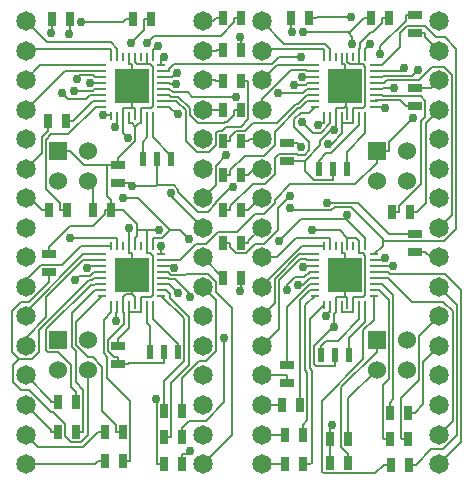
<source format=gtl>
G04 (created by PCBNEW (2013-jul-07)-stable) date Thu 09 Apr 2015 12:34:56 PM PDT*
%MOIN*%
G04 Gerber Fmt 3.4, Leading zero omitted, Abs format*
%FSLAX34Y34*%
G01*
G70*
G90*
G04 APERTURE LIST*
%ADD10C,0.00590551*%
%ADD11R,0.045X0.025*%
%ADD12R,0.0197X0.0512*%
%ADD13R,0.03X0.01*%
%ADD14R,0.01X0.03*%
%ADD15R,0.1181X0.1181*%
%ADD16R,0.025X0.045*%
%ADD17R,0.06X0.06*%
%ADD18C,0.06*%
%ADD19C,0.065*%
%ADD20C,0.03*%
%ADD21C,0.007*%
G04 APERTURE END LIST*
G54D10*
G54D11*
X23740Y-24975D03*
X23740Y-25575D03*
G54D12*
X25039Y-24763D03*
X25511Y-24763D03*
X24567Y-24763D03*
X25275Y-31220D03*
X25747Y-31220D03*
X24803Y-31220D03*
X30905Y-25118D03*
X31377Y-25118D03*
X30433Y-25118D03*
X30984Y-31299D03*
X31456Y-31299D03*
X30512Y-31299D03*
G54D11*
X23740Y-30999D03*
X23740Y-31599D03*
G54D13*
X23228Y-22834D03*
X23228Y-22637D03*
X23228Y-22440D03*
X23228Y-23031D03*
G54D14*
X23523Y-23326D03*
X23720Y-23326D03*
X23917Y-23326D03*
X24114Y-23326D03*
X24310Y-23326D03*
X24507Y-23326D03*
X24704Y-23326D03*
X24901Y-23326D03*
G54D13*
X25196Y-21653D03*
X25196Y-23031D03*
X25196Y-22834D03*
X25196Y-22637D03*
X25196Y-22440D03*
X25196Y-22244D03*
X25196Y-22047D03*
X25196Y-21850D03*
G54D14*
X24901Y-21358D03*
X24704Y-21358D03*
X24507Y-21358D03*
X24310Y-21358D03*
X24114Y-21358D03*
X23917Y-21358D03*
X23720Y-21358D03*
X23523Y-21358D03*
G54D13*
X23228Y-21653D03*
X23228Y-21850D03*
X23228Y-22047D03*
X23228Y-22244D03*
G54D15*
X24212Y-22342D03*
G54D13*
X23228Y-29133D03*
X23228Y-28936D03*
X23228Y-28739D03*
X23228Y-29330D03*
G54D14*
X23523Y-29625D03*
X23720Y-29625D03*
X23917Y-29625D03*
X24114Y-29625D03*
X24310Y-29625D03*
X24507Y-29625D03*
X24704Y-29625D03*
X24901Y-29625D03*
G54D13*
X25196Y-27952D03*
X25196Y-29330D03*
X25196Y-29133D03*
X25196Y-28936D03*
X25196Y-28739D03*
X25196Y-28543D03*
X25196Y-28346D03*
X25196Y-28149D03*
G54D14*
X24901Y-27657D03*
X24704Y-27657D03*
X24507Y-27657D03*
X24310Y-27657D03*
X24114Y-27657D03*
X23917Y-27657D03*
X23720Y-27657D03*
X23523Y-27657D03*
G54D13*
X23228Y-27952D03*
X23228Y-28149D03*
X23228Y-28346D03*
X23228Y-28543D03*
G54D15*
X24212Y-28641D03*
G54D13*
X30315Y-22834D03*
X30315Y-22637D03*
X30315Y-22440D03*
X30315Y-23031D03*
G54D14*
X30610Y-23326D03*
X30807Y-23326D03*
X31004Y-23326D03*
X31201Y-23326D03*
X31397Y-23326D03*
X31594Y-23326D03*
X31791Y-23326D03*
X31988Y-23326D03*
G54D13*
X32283Y-21653D03*
X32283Y-23031D03*
X32283Y-22834D03*
X32283Y-22637D03*
X32283Y-22440D03*
X32283Y-22244D03*
X32283Y-22047D03*
X32283Y-21850D03*
G54D14*
X31988Y-21358D03*
X31791Y-21358D03*
X31594Y-21358D03*
X31397Y-21358D03*
X31201Y-21358D03*
X31004Y-21358D03*
X30807Y-21358D03*
X30610Y-21358D03*
G54D13*
X30315Y-21653D03*
X30315Y-21850D03*
X30315Y-22047D03*
X30315Y-22244D03*
G54D15*
X31299Y-22342D03*
G54D13*
X30315Y-29133D03*
X30315Y-28936D03*
X30315Y-28739D03*
X30315Y-29330D03*
G54D14*
X30610Y-29625D03*
X30807Y-29625D03*
X31004Y-29625D03*
X31201Y-29625D03*
X31397Y-29625D03*
X31594Y-29625D03*
X31791Y-29625D03*
X31988Y-29625D03*
G54D13*
X32283Y-27952D03*
X32283Y-29330D03*
X32283Y-29133D03*
X32283Y-28936D03*
X32283Y-28739D03*
X32283Y-28543D03*
X32283Y-28346D03*
X32283Y-28149D03*
G54D14*
X31988Y-27657D03*
X31791Y-27657D03*
X31594Y-27657D03*
X31397Y-27657D03*
X31201Y-27657D03*
X31004Y-27657D03*
X30807Y-27657D03*
X30610Y-27657D03*
G54D13*
X30315Y-27952D03*
X30315Y-28149D03*
X30315Y-28346D03*
X30315Y-28543D03*
G54D15*
X31299Y-28641D03*
G54D11*
X29389Y-24227D03*
X29389Y-24827D03*
G54D16*
X30822Y-34094D03*
X31422Y-34094D03*
X32810Y-33228D03*
X33410Y-33228D03*
X32829Y-34094D03*
X33429Y-34094D03*
X32849Y-34960D03*
X33449Y-34960D03*
G54D11*
X33661Y-27259D03*
X33661Y-27859D03*
G54D16*
X29925Y-34940D03*
X29325Y-34940D03*
X29925Y-33956D03*
X29325Y-33956D03*
X29827Y-32972D03*
X29227Y-32972D03*
G54D11*
X29389Y-31629D03*
X29389Y-32229D03*
G54D16*
X32888Y-26535D03*
X33488Y-26535D03*
G54D11*
X33661Y-23016D03*
X33661Y-22416D03*
X33661Y-19975D03*
X33661Y-20575D03*
G54D16*
X29522Y-20078D03*
X30122Y-20078D03*
X27259Y-27559D03*
X27859Y-27559D03*
X27259Y-26476D03*
X27859Y-26476D03*
X27259Y-25295D03*
X27859Y-25295D03*
X27259Y-24173D03*
X27859Y-24173D03*
X25290Y-34940D03*
X25890Y-34940D03*
X25290Y-34055D03*
X25890Y-34055D03*
X25290Y-33169D03*
X25890Y-33169D03*
X27859Y-28740D03*
X27259Y-28740D03*
X23922Y-34842D03*
X23322Y-34842D03*
X23922Y-33858D03*
X23322Y-33858D03*
X22347Y-33858D03*
X21747Y-33858D03*
X22347Y-32874D03*
X21747Y-32874D03*
X27859Y-23149D03*
X27259Y-23149D03*
X27859Y-22165D03*
X27259Y-22165D03*
X27859Y-21141D03*
X27259Y-21141D03*
X27859Y-20078D03*
X27259Y-20078D03*
X24847Y-20118D03*
X24247Y-20118D03*
X22051Y-26476D03*
X21451Y-26476D03*
X22012Y-23503D03*
X21412Y-23503D03*
X22150Y-20118D03*
X21550Y-20118D03*
X31402Y-34921D03*
X30802Y-34921D03*
X32180Y-20078D03*
X32780Y-20078D03*
G54D11*
X21456Y-28548D03*
X21456Y-27948D03*
G54D16*
X22928Y-26476D03*
X23528Y-26476D03*
G54D17*
X21744Y-24500D03*
G54D18*
X21744Y-25500D03*
X22744Y-24500D03*
X22744Y-25500D03*
G54D17*
X21744Y-30799D03*
G54D18*
X21744Y-31799D03*
X22744Y-30799D03*
X22744Y-31799D03*
G54D17*
X32374Y-24500D03*
G54D18*
X32374Y-25500D03*
X33374Y-24500D03*
X33374Y-25500D03*
G54D17*
X32374Y-30799D03*
G54D18*
X32374Y-31799D03*
X33374Y-30799D03*
X33374Y-31799D03*
G54D19*
X28543Y-28051D03*
X28543Y-29035D03*
X28543Y-30019D03*
X28543Y-31003D03*
X28543Y-31988D03*
X28543Y-32972D03*
X28543Y-33956D03*
X28543Y-34940D03*
X34448Y-34940D03*
X34448Y-33956D03*
X34448Y-32972D03*
X34448Y-31988D03*
X34448Y-31003D03*
X34448Y-30019D03*
X34448Y-29035D03*
X34448Y-28051D03*
X28543Y-20177D03*
X28543Y-21161D03*
X28543Y-22145D03*
X28543Y-23129D03*
X28543Y-24114D03*
X28543Y-25098D03*
X28543Y-26082D03*
X28543Y-27066D03*
X34448Y-27066D03*
X34448Y-26082D03*
X34448Y-25098D03*
X34448Y-24114D03*
X34448Y-23129D03*
X34448Y-22145D03*
X34448Y-21161D03*
X34448Y-20177D03*
X20669Y-28051D03*
X20669Y-29035D03*
X20669Y-30019D03*
X20669Y-31003D03*
X20669Y-31988D03*
X20669Y-32972D03*
X20669Y-33956D03*
X20669Y-34940D03*
X26574Y-34940D03*
X26574Y-33956D03*
X26574Y-32972D03*
X26574Y-31988D03*
X26574Y-31003D03*
X26574Y-30019D03*
X26574Y-29035D03*
X26574Y-28051D03*
X20669Y-20177D03*
X20669Y-21161D03*
X20669Y-22145D03*
X20669Y-23129D03*
X20669Y-24114D03*
X20669Y-25098D03*
X20669Y-26082D03*
X20669Y-27066D03*
X26574Y-27066D03*
X26574Y-26082D03*
X26574Y-25098D03*
X26574Y-24114D03*
X26574Y-23129D03*
X26574Y-22145D03*
X26574Y-21161D03*
X26574Y-20177D03*
G54D20*
X25103Y-27138D03*
X30874Y-33645D03*
X29860Y-24369D03*
X30750Y-24266D03*
X30198Y-27150D03*
X22124Y-20595D03*
X21894Y-22577D03*
X24165Y-20920D03*
X23246Y-23311D03*
X29490Y-26009D03*
X30400Y-23634D03*
X24701Y-20907D03*
X23634Y-23700D03*
X27825Y-29186D03*
X23682Y-30174D03*
X29540Y-20534D03*
X29890Y-23542D03*
X30704Y-26223D03*
X30669Y-29995D03*
X27813Y-20692D03*
X25744Y-23281D03*
X32494Y-21265D03*
X32654Y-23071D03*
X25029Y-32766D03*
X25746Y-29241D03*
X25706Y-21897D03*
X25622Y-28393D03*
X33732Y-21818D03*
X32911Y-28346D03*
X29480Y-26408D03*
X25270Y-21376D03*
X25176Y-27670D03*
X32657Y-28076D03*
X33277Y-21738D03*
X29836Y-21358D03*
X33583Y-23395D03*
X31561Y-20955D03*
X29912Y-20534D03*
X22284Y-22519D03*
X29089Y-22573D03*
X29750Y-28976D03*
X22134Y-27402D03*
X22372Y-22091D03*
X22701Y-28422D03*
X29893Y-22047D03*
X29923Y-28374D03*
X22800Y-22239D03*
X22318Y-28818D03*
X29624Y-22303D03*
X29392Y-29152D03*
X27361Y-24634D03*
X27677Y-22698D03*
X26135Y-29377D03*
X32933Y-22410D03*
X25501Y-25900D03*
X25675Y-22282D03*
X31387Y-26630D03*
X32141Y-20950D03*
X26117Y-27447D03*
X29102Y-27498D03*
X25080Y-20997D03*
X23920Y-26073D03*
X30959Y-30371D03*
X24201Y-25670D03*
X27583Y-25712D03*
X30958Y-23815D03*
X24066Y-24056D03*
X24112Y-27062D03*
X27281Y-30740D03*
X26132Y-34498D03*
X31528Y-20034D03*
X22506Y-20213D03*
X21500Y-20573D03*
G54D21*
X30802Y-34444D02*
X30822Y-34424D01*
X30802Y-34921D02*
X30802Y-34444D01*
X30822Y-34259D02*
X30822Y-34424D01*
X31594Y-29880D02*
X31201Y-29880D01*
X31594Y-29625D02*
X31594Y-29880D01*
X31201Y-29625D02*
X31201Y-29880D01*
X32550Y-20233D02*
X32550Y-20078D01*
X32251Y-20532D02*
X32550Y-20233D01*
X32175Y-20532D02*
X32251Y-20532D01*
X31816Y-20892D02*
X32175Y-20532D01*
X31816Y-21077D02*
X31816Y-20892D01*
X31791Y-21103D02*
X31816Y-21077D01*
X31791Y-21358D02*
X31791Y-21103D01*
X32780Y-20078D02*
X32550Y-20078D01*
X21744Y-24500D02*
X22149Y-24500D01*
X23528Y-26311D02*
X23528Y-26146D01*
X31915Y-21613D02*
X31791Y-21613D01*
X31994Y-21692D02*
X31915Y-21613D01*
X31994Y-22995D02*
X31994Y-21692D01*
X31918Y-23071D02*
X31994Y-22995D01*
X31594Y-23071D02*
X31918Y-23071D01*
X31791Y-21358D02*
X31791Y-21578D01*
X31791Y-21578D02*
X31791Y-21613D01*
X31397Y-21538D02*
X31397Y-21358D01*
X31472Y-21613D02*
X31397Y-21538D01*
X31791Y-21613D02*
X31472Y-21613D01*
X23395Y-26012D02*
X23528Y-26146D01*
X23395Y-24975D02*
X23395Y-26012D01*
X22624Y-24975D02*
X23395Y-24975D01*
X22149Y-24500D02*
X22624Y-24975D01*
X24829Y-21613D02*
X24704Y-21613D01*
X24908Y-21692D02*
X24829Y-21613D01*
X24908Y-22995D02*
X24908Y-21692D01*
X24832Y-23071D02*
X24908Y-22995D01*
X24507Y-23071D02*
X24832Y-23071D01*
X24704Y-21358D02*
X24704Y-21613D01*
X24377Y-21613D02*
X24704Y-21613D01*
X24310Y-21546D02*
X24377Y-21613D01*
X24310Y-21358D02*
X24310Y-21546D01*
X31594Y-23198D02*
X31594Y-23071D01*
X31594Y-23198D02*
X31594Y-23326D01*
X31594Y-23326D02*
X31594Y-23581D01*
X24704Y-27138D02*
X25103Y-27138D01*
X30822Y-34259D02*
X30822Y-34094D01*
X30822Y-34094D02*
X30822Y-33764D01*
X31201Y-23326D02*
X31201Y-23581D01*
X29719Y-24229D02*
X29860Y-24369D01*
X29719Y-24227D02*
X29719Y-24229D01*
X30872Y-24266D02*
X30750Y-24266D01*
X31221Y-23916D02*
X30872Y-24266D01*
X31221Y-23581D02*
X31221Y-23916D01*
X31201Y-23581D02*
X31221Y-23581D01*
X31221Y-23581D02*
X31594Y-23581D01*
X31144Y-27150D02*
X31397Y-27402D01*
X30198Y-27150D02*
X31144Y-27150D01*
X31397Y-27657D02*
X31397Y-27437D01*
X31397Y-27437D02*
X31397Y-27402D01*
X23528Y-26476D02*
X23528Y-26311D01*
X24704Y-27138D02*
X24375Y-27138D01*
X24375Y-27337D02*
X24310Y-27402D01*
X24375Y-27138D02*
X24375Y-27337D01*
X21456Y-27948D02*
X21456Y-27717D01*
X23298Y-26620D02*
X23298Y-26476D01*
X22898Y-27020D02*
X23298Y-26620D01*
X22154Y-27020D02*
X22898Y-27020D01*
X21456Y-27717D02*
X22154Y-27020D01*
X23528Y-26476D02*
X23758Y-26476D01*
X23528Y-26476D02*
X23298Y-26476D01*
X24507Y-23234D02*
X24507Y-23071D01*
X29389Y-24227D02*
X29719Y-24227D01*
X30874Y-33712D02*
X30874Y-33645D01*
X30822Y-33764D02*
X30874Y-33712D01*
X23903Y-26476D02*
X23758Y-26476D01*
X24375Y-26948D02*
X23903Y-26476D01*
X24375Y-27138D02*
X24375Y-26948D01*
X24310Y-27657D02*
X24310Y-27402D01*
X23395Y-24975D02*
X23740Y-24975D01*
X23740Y-24975D02*
X23740Y-24745D01*
X24507Y-23234D02*
X24507Y-23326D01*
X24114Y-23326D02*
X24114Y-23581D01*
X24507Y-23326D02*
X24507Y-23581D01*
X24444Y-23581D02*
X24323Y-23702D01*
X24507Y-23581D02*
X24444Y-23581D01*
X24323Y-24161D02*
X24323Y-23702D01*
X23740Y-24745D02*
X24323Y-24161D01*
X24202Y-23581D02*
X24114Y-23581D01*
X24323Y-23702D02*
X24202Y-23581D01*
X31791Y-27497D02*
X31791Y-27657D01*
X31696Y-27402D02*
X31791Y-27497D01*
X31397Y-27402D02*
X31696Y-27402D01*
X31925Y-29370D02*
X31594Y-29370D01*
X31994Y-29301D02*
X31925Y-29370D01*
X31994Y-28002D02*
X31994Y-29301D01*
X31905Y-27912D02*
X31994Y-28002D01*
X31791Y-27912D02*
X31905Y-27912D01*
X31791Y-27657D02*
X31791Y-27912D01*
X31594Y-29625D02*
X31594Y-29370D01*
X24507Y-29625D02*
X24507Y-29880D01*
X24114Y-29625D02*
X24114Y-29880D01*
X23740Y-30999D02*
X23740Y-30769D01*
X24704Y-27138D02*
X24704Y-27657D01*
X24838Y-29370D02*
X24507Y-29370D01*
X24908Y-29301D02*
X24838Y-29370D01*
X24908Y-28002D02*
X24908Y-29301D01*
X24818Y-27912D02*
X24908Y-28002D01*
X24704Y-27912D02*
X24818Y-27912D01*
X24704Y-27657D02*
X24704Y-27912D01*
X24507Y-29625D02*
X24507Y-29370D01*
X24507Y-29880D02*
X24114Y-29880D01*
X24114Y-30394D02*
X23740Y-30769D01*
X24114Y-29880D02*
X24114Y-30394D01*
X22150Y-20570D02*
X22124Y-20595D01*
X22150Y-20118D02*
X22150Y-20570D01*
X22815Y-22637D02*
X23228Y-22637D01*
X22678Y-22774D02*
X22815Y-22637D01*
X22091Y-22774D02*
X22678Y-22774D01*
X21894Y-22577D02*
X22091Y-22774D01*
X22347Y-32874D02*
X22347Y-32543D01*
X23228Y-28936D02*
X22973Y-28936D01*
X22952Y-28957D02*
X22973Y-28936D01*
X22836Y-28957D02*
X22952Y-28957D01*
X21338Y-30455D02*
X22836Y-28957D01*
X21338Y-31142D02*
X21338Y-30455D01*
X21400Y-31204D02*
X21338Y-31142D01*
X21741Y-31204D02*
X21400Y-31204D01*
X22179Y-31642D02*
X21741Y-31204D01*
X22179Y-32376D02*
X22179Y-31642D01*
X22347Y-32543D02*
X22179Y-32376D01*
X27259Y-24173D02*
X27489Y-24173D01*
X27489Y-24029D02*
X27489Y-24173D01*
X27675Y-23843D02*
X27489Y-24029D01*
X27976Y-23843D02*
X27675Y-23843D01*
X28246Y-23572D02*
X27976Y-23843D01*
X29053Y-23572D02*
X28246Y-23572D01*
X29679Y-22946D02*
X29053Y-23572D01*
X29751Y-22946D02*
X29679Y-22946D01*
X30060Y-22637D02*
X29751Y-22946D01*
X30315Y-22637D02*
X30060Y-22637D01*
X29389Y-31629D02*
X29389Y-31399D01*
X29389Y-29702D02*
X29389Y-31399D01*
X30155Y-28936D02*
X29389Y-29702D01*
X30315Y-28936D02*
X30155Y-28936D01*
X22012Y-23503D02*
X22242Y-23503D01*
X22912Y-22834D02*
X23228Y-22834D01*
X22242Y-23503D02*
X22912Y-22834D01*
X22347Y-33858D02*
X22577Y-33858D01*
X22577Y-32460D02*
X22577Y-33858D01*
X22338Y-32221D02*
X22577Y-32460D01*
X22338Y-31164D02*
X22338Y-32221D01*
X22198Y-31025D02*
X22338Y-31164D01*
X22198Y-29908D02*
X22198Y-31025D01*
X22973Y-29133D02*
X22198Y-29908D01*
X23228Y-29133D02*
X22973Y-29133D01*
X30062Y-22834D02*
X30315Y-22834D01*
X29810Y-23086D02*
X30062Y-22834D01*
X29757Y-23086D02*
X29810Y-23086D01*
X28973Y-23870D02*
X29757Y-23086D01*
X28973Y-24315D02*
X28973Y-23870D01*
X28621Y-24668D02*
X28973Y-24315D01*
X27972Y-24668D02*
X28621Y-24668D01*
X27489Y-25151D02*
X27972Y-24668D01*
X27489Y-25295D02*
X27489Y-25151D01*
X27259Y-25295D02*
X27489Y-25295D01*
X29827Y-32972D02*
X29827Y-32642D01*
X29827Y-29462D02*
X29827Y-32642D01*
X30156Y-29133D02*
X29827Y-29462D01*
X30315Y-29133D02*
X30156Y-29133D01*
X22973Y-23062D02*
X22973Y-23031D01*
X22081Y-23954D02*
X22973Y-23062D01*
X21523Y-23954D02*
X22081Y-23954D01*
X21338Y-24139D02*
X21523Y-23954D01*
X21338Y-25763D02*
X21338Y-24139D01*
X21821Y-26246D02*
X21338Y-25763D01*
X21821Y-26476D02*
X21821Y-26246D01*
X22051Y-26476D02*
X21821Y-26476D01*
X23228Y-23031D02*
X22973Y-23031D01*
X23922Y-33858D02*
X23691Y-33858D01*
X23691Y-33628D02*
X23691Y-33858D01*
X23228Y-33164D02*
X23691Y-33628D01*
X23228Y-31708D02*
X23228Y-33164D01*
X22902Y-31382D02*
X23228Y-31708D01*
X22754Y-31382D02*
X22902Y-31382D01*
X22338Y-30967D02*
X22754Y-31382D01*
X22338Y-30220D02*
X22338Y-30967D01*
X23228Y-29330D02*
X22338Y-30220D01*
X27259Y-26476D02*
X27489Y-26476D01*
X30120Y-23226D02*
X30315Y-23031D01*
X29831Y-23226D02*
X30120Y-23226D01*
X29611Y-23446D02*
X29831Y-23226D01*
X29611Y-23689D02*
X29611Y-23446D01*
X30115Y-24192D02*
X29611Y-23689D01*
X30115Y-24475D02*
X30115Y-24192D01*
X29965Y-24624D02*
X30115Y-24475D01*
X29754Y-24624D02*
X29965Y-24624D01*
X29719Y-24590D02*
X29754Y-24624D01*
X29127Y-24590D02*
X29719Y-24590D01*
X28973Y-24744D02*
X29127Y-24590D01*
X28973Y-25279D02*
X28973Y-24744D01*
X28662Y-25590D02*
X28973Y-25279D01*
X28231Y-25590D02*
X28662Y-25590D01*
X27489Y-26332D02*
X28231Y-25590D01*
X27489Y-26476D02*
X27489Y-26332D01*
X29991Y-29654D02*
X30315Y-29330D01*
X29991Y-31822D02*
X29991Y-29654D01*
X30064Y-31895D02*
X29991Y-31822D01*
X30064Y-33488D02*
X30064Y-31895D01*
X29925Y-33626D02*
X30064Y-33488D01*
X29925Y-33956D02*
X29925Y-33626D01*
X24617Y-20469D02*
X24165Y-20920D01*
X24617Y-20118D02*
X24617Y-20469D01*
X24847Y-20118D02*
X24617Y-20118D01*
X23508Y-23311D02*
X23246Y-23311D01*
X23523Y-23326D02*
X23508Y-23311D01*
X23922Y-34842D02*
X24152Y-34842D01*
X23523Y-29625D02*
X23523Y-29880D01*
X24152Y-32845D02*
X24152Y-34842D01*
X23395Y-32088D02*
X24152Y-32845D01*
X23395Y-31361D02*
X23395Y-32088D01*
X23269Y-31235D02*
X23395Y-31361D01*
X23269Y-30134D02*
X23269Y-31235D01*
X23523Y-29880D02*
X23269Y-30134D01*
X29090Y-26409D02*
X29490Y-26009D01*
X29090Y-27138D02*
X29090Y-26409D01*
X28620Y-27608D02*
X29090Y-27138D01*
X28309Y-27608D02*
X28620Y-27608D01*
X28021Y-27896D02*
X28309Y-27608D01*
X27683Y-27896D02*
X28021Y-27896D01*
X27489Y-27702D02*
X27683Y-27896D01*
X27489Y-27559D02*
X27489Y-27702D01*
X27259Y-27559D02*
X27489Y-27559D01*
X30453Y-23581D02*
X30400Y-23634D01*
X30610Y-23581D02*
X30453Y-23581D01*
X30610Y-23326D02*
X30610Y-23581D01*
X30131Y-30103D02*
X30610Y-29625D01*
X30131Y-31752D02*
X30131Y-30103D01*
X30204Y-31825D02*
X30131Y-31752D01*
X30204Y-34892D02*
X30204Y-31825D01*
X30156Y-34940D02*
X30204Y-34892D01*
X29925Y-34940D02*
X30156Y-34940D01*
X23720Y-23613D02*
X23720Y-23326D01*
X23634Y-23700D02*
X23720Y-23613D01*
X27859Y-20078D02*
X27628Y-20078D01*
X24939Y-20669D02*
X24701Y-20907D01*
X27182Y-20669D02*
X24939Y-20669D01*
X27628Y-20222D02*
X27182Y-20669D01*
X27628Y-20078D02*
X27628Y-20222D01*
X23720Y-29625D02*
X23720Y-29880D01*
X27859Y-28740D02*
X27859Y-29070D01*
X27825Y-29104D02*
X27825Y-29186D01*
X27859Y-29070D02*
X27825Y-29104D01*
X23682Y-29918D02*
X23720Y-29880D01*
X23682Y-30174D02*
X23682Y-29918D01*
X29522Y-20516D02*
X29540Y-20534D01*
X29522Y-20078D02*
X29522Y-20516D01*
X30807Y-23588D02*
X30807Y-23326D01*
X30506Y-23889D02*
X30807Y-23588D01*
X30237Y-23889D02*
X30506Y-23889D01*
X29890Y-23542D02*
X30237Y-23889D01*
X30807Y-29625D02*
X30807Y-29880D01*
X31737Y-26223D02*
X30704Y-26223D01*
X32772Y-27259D02*
X31737Y-26223D01*
X33661Y-27259D02*
X32772Y-27259D01*
X30784Y-29880D02*
X30669Y-29995D01*
X30807Y-29880D02*
X30784Y-29880D01*
X25196Y-23031D02*
X25451Y-23031D01*
X27813Y-20766D02*
X27813Y-20692D01*
X27859Y-20811D02*
X27813Y-20766D01*
X27859Y-21141D02*
X27859Y-20811D01*
X25701Y-23281D02*
X25744Y-23281D01*
X25451Y-23031D02*
X25701Y-23281D01*
X25951Y-30085D02*
X25196Y-29330D01*
X25951Y-31522D02*
X25951Y-30085D01*
X25290Y-32182D02*
X25951Y-31522D01*
X25290Y-33169D02*
X25290Y-32182D01*
X32283Y-23031D02*
X32538Y-23031D01*
X33661Y-19975D02*
X33331Y-19975D01*
X32578Y-23071D02*
X32654Y-23071D01*
X32538Y-23031D02*
X32578Y-23071D01*
X32494Y-21007D02*
X32494Y-21265D01*
X33331Y-20170D02*
X32494Y-21007D01*
X33331Y-19975D02*
X33331Y-20170D01*
X32283Y-30135D02*
X32283Y-29330D01*
X31929Y-30488D02*
X32283Y-30135D01*
X31929Y-31450D02*
X31929Y-30488D01*
X30556Y-32823D02*
X31929Y-31450D01*
X30556Y-35199D02*
X30556Y-32823D01*
X30609Y-35251D02*
X30556Y-35199D01*
X32328Y-35251D02*
X30609Y-35251D01*
X32619Y-34960D02*
X32328Y-35251D01*
X32849Y-34960D02*
X32619Y-34960D01*
X27859Y-22165D02*
X28089Y-22165D01*
X25687Y-22834D02*
X25196Y-22834D01*
X26000Y-23146D02*
X25687Y-22834D01*
X26000Y-24158D02*
X26000Y-23146D01*
X26392Y-24550D02*
X26000Y-24158D01*
X26783Y-24550D02*
X26392Y-24550D01*
X27028Y-24305D02*
X26783Y-24550D01*
X27028Y-23902D02*
X27028Y-24305D01*
X27095Y-23836D02*
X27028Y-23902D01*
X27200Y-23836D02*
X27095Y-23836D01*
X27340Y-23696D02*
X27200Y-23836D01*
X27835Y-23696D02*
X27340Y-23696D01*
X28089Y-23442D02*
X27835Y-23696D01*
X28089Y-22165D02*
X28089Y-23442D01*
X25349Y-29133D02*
X25196Y-29133D01*
X25481Y-29266D02*
X25349Y-29133D01*
X25481Y-29417D02*
X25481Y-29266D01*
X26108Y-30044D02*
X25481Y-29417D01*
X26108Y-31643D02*
X26108Y-30044D01*
X25520Y-32231D02*
X26108Y-31643D01*
X25520Y-34055D02*
X25520Y-32231D01*
X25290Y-34055D02*
X25520Y-34055D01*
X32301Y-22816D02*
X32283Y-22834D01*
X33131Y-22816D02*
X32301Y-22816D01*
X33331Y-23016D02*
X33131Y-22816D01*
X33661Y-23016D02*
X33331Y-23016D01*
X32573Y-34068D02*
X32599Y-34094D01*
X32573Y-32303D02*
X32573Y-34068D01*
X32783Y-32093D02*
X32573Y-32303D01*
X32783Y-29475D02*
X32783Y-32093D01*
X32441Y-29133D02*
X32783Y-29475D01*
X32283Y-29133D02*
X32441Y-29133D01*
X32829Y-34094D02*
X32599Y-34094D01*
X27859Y-23149D02*
X27628Y-23149D01*
X25196Y-22637D02*
X25451Y-22637D01*
X25507Y-22693D02*
X25451Y-22637D01*
X25747Y-22693D02*
X25507Y-22693D01*
X26140Y-23085D02*
X25747Y-22693D01*
X26140Y-23303D02*
X26140Y-23085D01*
X26408Y-23572D02*
X26140Y-23303D01*
X27266Y-23572D02*
X26408Y-23572D01*
X27282Y-23555D02*
X27266Y-23572D01*
X27366Y-23555D02*
X27282Y-23555D01*
X27628Y-23293D02*
X27366Y-23555D01*
X27628Y-23149D02*
X27628Y-23293D01*
X25451Y-28947D02*
X25451Y-28936D01*
X25746Y-29241D02*
X25451Y-28947D01*
X25290Y-34940D02*
X25060Y-34940D01*
X25060Y-32796D02*
X25029Y-32766D01*
X25060Y-34940D02*
X25060Y-32796D01*
X25196Y-28936D02*
X25451Y-28936D01*
X32888Y-26535D02*
X33119Y-26535D01*
X32283Y-22637D02*
X32538Y-22637D01*
X33119Y-26339D02*
X33119Y-26535D01*
X33851Y-25606D02*
X33119Y-26339D01*
X33851Y-23500D02*
X33851Y-25606D01*
X33991Y-23360D02*
X33851Y-23500D01*
X33991Y-22829D02*
X33991Y-23360D01*
X33838Y-22676D02*
X33991Y-22829D01*
X32577Y-22676D02*
X33838Y-22676D01*
X32538Y-22637D02*
X32577Y-22676D01*
X32923Y-29322D02*
X32538Y-28936D01*
X32923Y-32784D02*
X32923Y-29322D01*
X32810Y-32898D02*
X32923Y-32784D01*
X32810Y-33228D02*
X32810Y-32898D01*
X32283Y-28936D02*
X32538Y-28936D01*
X25698Y-21897D02*
X25706Y-21897D01*
X25548Y-22047D02*
X25698Y-21897D01*
X25196Y-22047D02*
X25548Y-22047D01*
X25575Y-28346D02*
X25196Y-28346D01*
X25622Y-28393D02*
X25575Y-28346D01*
X32283Y-22047D02*
X32538Y-22047D01*
X33545Y-22005D02*
X33732Y-21818D01*
X32580Y-22005D02*
X33545Y-22005D01*
X32538Y-22047D02*
X32580Y-22005D01*
X32283Y-28346D02*
X32911Y-28346D01*
X32283Y-21653D02*
X32538Y-21653D01*
X32569Y-27433D02*
X32569Y-27509D01*
X31500Y-26363D02*
X32569Y-27433D01*
X30971Y-26363D02*
X31500Y-26363D01*
X30854Y-26480D02*
X30971Y-26363D01*
X29553Y-26480D02*
X30854Y-26480D01*
X29480Y-26408D02*
X29553Y-26480D01*
X32569Y-27666D02*
X32569Y-27509D01*
X32283Y-27952D02*
X32569Y-27666D01*
X33139Y-21052D02*
X32538Y-21653D01*
X33139Y-20583D02*
X33139Y-21052D01*
X33384Y-20338D02*
X33139Y-20583D01*
X33973Y-20338D02*
X33384Y-20338D01*
X34353Y-20718D02*
X33973Y-20338D01*
X34638Y-20718D02*
X34353Y-20718D01*
X35024Y-21104D02*
X34638Y-20718D01*
X35024Y-27104D02*
X35024Y-21104D01*
X34619Y-27509D02*
X35024Y-27104D01*
X32569Y-27509D02*
X34619Y-27509D01*
X25196Y-21450D02*
X25196Y-21653D01*
X25270Y-21376D02*
X25196Y-21450D01*
X25196Y-27690D02*
X25196Y-27952D01*
X25176Y-27670D02*
X25196Y-27690D01*
X32283Y-28149D02*
X32538Y-28149D01*
X32611Y-28076D02*
X32657Y-28076D01*
X32538Y-28149D02*
X32611Y-28076D01*
X25196Y-28149D02*
X25451Y-28149D01*
X32374Y-24702D02*
X32374Y-24601D01*
X32374Y-24702D02*
X32374Y-24905D01*
X33165Y-21850D02*
X33277Y-21738D01*
X32283Y-21850D02*
X33165Y-21850D01*
X32374Y-24550D02*
X32374Y-24601D01*
X25463Y-28138D02*
X25451Y-28149D01*
X25820Y-28138D02*
X25463Y-28138D01*
X26344Y-27614D02*
X25820Y-28138D01*
X26687Y-27614D02*
X26344Y-27614D01*
X27080Y-27221D02*
X26687Y-27614D01*
X27698Y-27221D02*
X27080Y-27221D01*
X28303Y-26616D02*
X27698Y-27221D01*
X28617Y-26616D02*
X28303Y-26616D01*
X28991Y-26243D02*
X28617Y-26616D01*
X28991Y-26123D02*
X28991Y-26243D01*
X29492Y-25622D02*
X28991Y-26123D01*
X31656Y-25622D02*
X29492Y-25622D01*
X32374Y-24905D02*
X31656Y-25622D01*
X25451Y-21779D02*
X25451Y-21850D01*
X25624Y-21606D02*
X25451Y-21779D01*
X28865Y-21606D02*
X25624Y-21606D01*
X29113Y-21358D02*
X28865Y-21606D01*
X29836Y-21358D02*
X29113Y-21358D01*
X25196Y-21850D02*
X25451Y-21850D01*
X32374Y-24500D02*
X32374Y-24550D01*
X32779Y-24199D02*
X33583Y-23395D01*
X32779Y-24500D02*
X32779Y-24199D01*
X32374Y-24500D02*
X32779Y-24500D01*
X32180Y-20078D02*
X31950Y-20078D01*
X31950Y-20078D02*
X31446Y-20582D01*
X31561Y-20697D02*
X31446Y-20582D01*
X31561Y-20955D02*
X31561Y-20697D01*
X31398Y-20534D02*
X29912Y-20534D01*
X31446Y-20582D02*
X31398Y-20534D01*
X22960Y-22440D02*
X23228Y-22440D01*
X22903Y-22497D02*
X22960Y-22440D01*
X22306Y-22497D02*
X22903Y-22497D01*
X22284Y-22519D02*
X22306Y-22497D01*
X22928Y-25684D02*
X22928Y-26476D01*
X22744Y-25500D02*
X22928Y-25684D01*
X30057Y-22442D02*
X30060Y-22440D01*
X30043Y-22442D02*
X30057Y-22442D01*
X29912Y-22573D02*
X30043Y-22442D01*
X29089Y-22573D02*
X29912Y-22573D01*
X30315Y-22440D02*
X30060Y-22440D01*
X20236Y-31653D02*
X20453Y-31435D01*
X20236Y-32196D02*
X20236Y-31653D01*
X20520Y-32480D02*
X20236Y-32196D01*
X20785Y-32480D02*
X20520Y-32480D01*
X21509Y-33204D02*
X20785Y-32480D01*
X21591Y-33204D02*
X21509Y-33204D01*
X21977Y-33589D02*
X21591Y-33204D01*
X21977Y-33995D02*
X21977Y-33589D01*
X22192Y-34210D02*
X21977Y-33995D01*
X22499Y-34210D02*
X22192Y-34210D01*
X22744Y-33966D02*
X22499Y-34210D01*
X22744Y-31799D02*
X22744Y-33966D01*
X21456Y-28860D02*
X21456Y-28548D01*
X20789Y-29527D02*
X21456Y-28860D01*
X20522Y-29527D02*
X20789Y-29527D01*
X20225Y-29824D02*
X20522Y-29527D01*
X20225Y-31207D02*
X20225Y-29824D01*
X20453Y-31435D02*
X20225Y-31207D01*
X22943Y-28739D02*
X23228Y-28739D01*
X22865Y-28817D02*
X22943Y-28739D01*
X22778Y-28817D02*
X22865Y-28817D01*
X21113Y-30482D02*
X22778Y-28817D01*
X21113Y-31205D02*
X21113Y-30482D01*
X20883Y-31435D02*
X21113Y-31205D01*
X20453Y-31435D02*
X20883Y-31435D01*
X32374Y-30799D02*
X32374Y-31204D01*
X31402Y-34921D02*
X31402Y-34591D01*
X31191Y-32386D02*
X32374Y-31204D01*
X31191Y-34380D02*
X31191Y-32386D01*
X31402Y-34591D02*
X31191Y-34380D01*
X29900Y-28976D02*
X29750Y-28976D01*
X30137Y-28739D02*
X29900Y-28976D01*
X30315Y-28739D02*
X30137Y-28739D01*
X23720Y-21091D02*
X23720Y-21358D01*
X23512Y-20883D02*
X23720Y-21091D01*
X21375Y-20883D02*
X23512Y-20883D01*
X20669Y-20177D02*
X21375Y-20883D01*
X23720Y-27657D02*
X23720Y-27402D01*
X23720Y-27402D02*
X22134Y-27402D01*
X29291Y-20925D02*
X28543Y-20177D01*
X30633Y-20925D02*
X29291Y-20925D01*
X30807Y-21098D02*
X30633Y-20925D01*
X30807Y-21358D02*
X30807Y-21098D01*
X30807Y-27657D02*
X30807Y-27402D01*
X30307Y-27402D02*
X30807Y-27402D01*
X30304Y-27405D02*
X30307Y-27402D01*
X29690Y-27405D02*
X30304Y-27405D01*
X29044Y-28051D02*
X29690Y-27405D01*
X28543Y-28051D02*
X29044Y-28051D01*
X23523Y-21358D02*
X23523Y-21103D01*
X20727Y-21103D02*
X23523Y-21103D01*
X20669Y-21161D02*
X20727Y-21103D01*
X22529Y-27657D02*
X23523Y-27657D01*
X21872Y-28315D02*
X22529Y-27657D01*
X21171Y-28315D02*
X21872Y-28315D01*
X20669Y-28817D02*
X21171Y-28315D01*
X20669Y-29035D02*
X20669Y-28817D01*
X30610Y-21358D02*
X30610Y-21103D01*
X28601Y-21103D02*
X28543Y-21161D01*
X30610Y-21103D02*
X28601Y-21103D01*
X28543Y-28997D02*
X28543Y-29035D01*
X29882Y-27657D02*
X28543Y-28997D01*
X30610Y-27657D02*
X29882Y-27657D01*
X23228Y-21653D02*
X22973Y-21653D01*
X21161Y-21653D02*
X20669Y-22145D01*
X22973Y-21653D02*
X21161Y-21653D01*
X20669Y-29856D02*
X20669Y-30019D01*
X22573Y-27952D02*
X20669Y-29856D01*
X23228Y-27952D02*
X22573Y-27952D01*
X30315Y-21653D02*
X30060Y-21653D01*
X29036Y-21652D02*
X28543Y-22145D01*
X30058Y-21652D02*
X29036Y-21652D01*
X30060Y-21653D02*
X30058Y-21652D01*
X28976Y-29586D02*
X28543Y-30019D01*
X28976Y-28762D02*
X28976Y-29586D01*
X29785Y-27952D02*
X28976Y-28762D01*
X30315Y-27952D02*
X29785Y-27952D01*
X22952Y-21829D02*
X22973Y-21850D01*
X21969Y-21829D02*
X22952Y-21829D01*
X20669Y-23129D02*
X21969Y-21829D01*
X23228Y-21850D02*
X22973Y-21850D01*
X23228Y-28149D02*
X22973Y-28149D01*
X20669Y-30729D02*
X20669Y-31003D01*
X21361Y-30037D02*
X20669Y-30729D01*
X21361Y-29362D02*
X21361Y-30037D01*
X22574Y-28149D02*
X21361Y-29362D01*
X22973Y-28149D02*
X22574Y-28149D01*
X30315Y-21850D02*
X30060Y-21850D01*
X28543Y-22758D02*
X28543Y-23129D01*
X29509Y-21792D02*
X28543Y-22758D01*
X29998Y-21792D02*
X29509Y-21792D01*
X30056Y-21850D02*
X29998Y-21792D01*
X30060Y-21850D02*
X30056Y-21850D01*
X30315Y-28149D02*
X30060Y-28149D01*
X29116Y-30430D02*
X28543Y-31003D01*
X29116Y-28820D02*
X29116Y-30430D01*
X29817Y-28118D02*
X29116Y-28820D01*
X30029Y-28118D02*
X29817Y-28118D01*
X30060Y-28149D02*
X30029Y-28118D01*
X22479Y-21984D02*
X22372Y-22091D01*
X22906Y-21984D02*
X22479Y-21984D01*
X22969Y-22047D02*
X22906Y-21984D01*
X23228Y-22047D02*
X22969Y-22047D01*
X22777Y-28346D02*
X23228Y-28346D01*
X22701Y-28422D02*
X22777Y-28346D01*
X29893Y-22047D02*
X30315Y-22047D01*
X29950Y-28346D02*
X29923Y-28374D01*
X30315Y-28346D02*
X29950Y-28346D01*
X22806Y-22244D02*
X23228Y-22244D01*
X22800Y-22239D02*
X22806Y-22244D01*
X23228Y-28543D02*
X22973Y-28543D01*
X22941Y-28543D02*
X22973Y-28543D01*
X22807Y-28677D02*
X22941Y-28543D01*
X22459Y-28677D02*
X22807Y-28677D01*
X22318Y-28818D02*
X22459Y-28677D01*
X29626Y-22302D02*
X29624Y-22303D01*
X29998Y-22302D02*
X29626Y-22302D01*
X30056Y-22244D02*
X29998Y-22302D01*
X30315Y-22244D02*
X30056Y-22244D01*
X29392Y-28968D02*
X29392Y-29152D01*
X29639Y-28721D02*
X29392Y-28968D01*
X29957Y-28721D02*
X29639Y-28721D01*
X30135Y-28543D02*
X29957Y-28721D01*
X30315Y-28543D02*
X30135Y-28543D01*
X27004Y-24990D02*
X27361Y-24634D01*
X27004Y-25652D02*
X27004Y-24990D01*
X26574Y-26082D02*
X27004Y-25652D01*
X26227Y-22698D02*
X27677Y-22698D01*
X26081Y-22553D02*
X26227Y-22698D01*
X25570Y-22553D02*
X26081Y-22553D01*
X25458Y-22440D02*
X25570Y-22553D01*
X25196Y-22440D02*
X25458Y-22440D01*
X26135Y-29265D02*
X26135Y-29377D01*
X25659Y-28788D02*
X26135Y-29265D01*
X25458Y-28788D02*
X25659Y-28788D01*
X25409Y-28739D02*
X25458Y-28788D01*
X25196Y-28739D02*
X25409Y-28739D01*
X32283Y-22440D02*
X32538Y-22440D01*
X32567Y-22410D02*
X32933Y-22410D01*
X32538Y-22440D02*
X32567Y-22410D01*
X32745Y-28739D02*
X32283Y-28739D01*
X33533Y-29527D02*
X32745Y-28739D01*
X34571Y-29527D02*
X33533Y-29527D01*
X34898Y-29854D02*
X34571Y-29527D01*
X34898Y-33506D02*
X34898Y-29854D01*
X34448Y-33956D02*
X34898Y-33506D01*
X25501Y-25993D02*
X25501Y-25900D01*
X26574Y-27066D02*
X25501Y-25993D01*
X25196Y-22244D02*
X25451Y-22244D01*
X25489Y-22282D02*
X25451Y-22244D01*
X25675Y-22282D02*
X25489Y-22282D01*
X27548Y-33967D02*
X26574Y-34940D01*
X27548Y-29738D02*
X27548Y-33967D01*
X27028Y-29219D02*
X27548Y-29738D01*
X27028Y-28867D02*
X27028Y-29219D01*
X26757Y-28596D02*
X27028Y-28867D01*
X26029Y-28596D02*
X26757Y-28596D01*
X25977Y-28648D02*
X26029Y-28596D01*
X25517Y-28648D02*
X25977Y-28648D01*
X25412Y-28543D02*
X25517Y-28648D01*
X25196Y-28543D02*
X25412Y-28543D01*
X34883Y-26632D02*
X34448Y-27066D01*
X34883Y-21971D02*
X34883Y-26632D01*
X34621Y-21709D02*
X34883Y-21971D01*
X34206Y-21709D02*
X34621Y-21709D01*
X33770Y-22146D02*
X34206Y-21709D01*
X32699Y-22146D02*
X33770Y-22146D01*
X32601Y-22244D02*
X32699Y-22146D01*
X32283Y-22244D02*
X32601Y-22244D01*
X32747Y-28543D02*
X32283Y-28543D01*
X32805Y-28601D02*
X32747Y-28543D01*
X34643Y-28601D02*
X32805Y-28601D01*
X35179Y-29137D02*
X34643Y-28601D01*
X35179Y-34210D02*
X35179Y-29137D01*
X34448Y-34940D02*
X35179Y-34210D01*
X31988Y-27657D02*
X31988Y-27402D01*
X31988Y-21358D02*
X31988Y-21103D01*
X24901Y-27657D02*
X24901Y-27402D01*
X31988Y-21103D02*
X32141Y-20950D01*
X31345Y-26672D02*
X31345Y-26760D01*
X31387Y-26630D02*
X31345Y-26672D01*
X31345Y-26760D02*
X31988Y-27402D01*
X29840Y-26760D02*
X29102Y-27498D01*
X31345Y-26760D02*
X29840Y-26760D01*
X24901Y-21358D02*
X24901Y-21103D01*
X24974Y-21103D02*
X24901Y-21103D01*
X25080Y-20997D02*
X24974Y-21103D01*
X25204Y-27402D02*
X25467Y-27138D01*
X24901Y-27402D02*
X25204Y-27402D01*
X25808Y-27138D02*
X25467Y-27138D01*
X26117Y-27447D02*
X25808Y-27138D01*
X24402Y-26073D02*
X23920Y-26073D01*
X25467Y-27138D02*
X24402Y-26073D01*
X24704Y-24055D02*
X24704Y-23326D01*
X24567Y-24192D02*
X24704Y-24055D01*
X24567Y-24763D02*
X24567Y-24192D01*
X24704Y-30236D02*
X24704Y-29625D01*
X24803Y-30335D02*
X24704Y-30236D01*
X24803Y-31220D02*
X24803Y-30335D01*
X31791Y-23641D02*
X31791Y-23326D01*
X30846Y-24586D02*
X31791Y-23641D01*
X30688Y-24586D02*
X30846Y-24586D01*
X30433Y-24842D02*
X30688Y-24586D01*
X30433Y-25118D02*
X30433Y-24842D01*
X30512Y-31003D02*
X30512Y-31299D01*
X30688Y-30826D02*
X30512Y-31003D01*
X31082Y-30826D02*
X30688Y-30826D01*
X31791Y-30118D02*
X31082Y-30826D01*
X31791Y-29625D02*
X31791Y-30118D01*
X25511Y-24664D02*
X25511Y-24763D01*
X24901Y-24055D02*
X25511Y-24664D01*
X24901Y-23326D02*
X24901Y-24055D01*
X24921Y-29645D02*
X24901Y-29625D01*
X24921Y-30098D02*
X24921Y-29645D01*
X25747Y-30924D02*
X24921Y-30098D01*
X25747Y-31220D02*
X25747Y-30924D01*
X31377Y-24527D02*
X31377Y-25118D01*
X31988Y-23917D02*
X31377Y-24527D01*
X31988Y-23326D02*
X31988Y-23917D01*
X31988Y-30196D02*
X31988Y-29625D01*
X31456Y-30728D02*
X31988Y-30196D01*
X31456Y-31299D02*
X31456Y-30728D01*
X31265Y-21613D02*
X31201Y-21613D01*
X31299Y-21646D02*
X31265Y-21613D01*
X31201Y-21358D02*
X31201Y-21613D01*
X31299Y-21994D02*
X31299Y-21646D01*
X24179Y-21613D02*
X24114Y-21613D01*
X24212Y-21646D02*
X24179Y-21613D01*
X24212Y-22342D02*
X24212Y-21646D01*
X24114Y-21358D02*
X24114Y-21613D01*
X31265Y-27912D02*
X31201Y-27912D01*
X31299Y-27946D02*
X31265Y-27912D01*
X31299Y-28641D02*
X31299Y-27946D01*
X31201Y-27657D02*
X31201Y-27912D01*
X31004Y-29753D02*
X31004Y-29880D01*
X31004Y-29753D02*
X31004Y-29625D01*
X31299Y-28641D02*
X31299Y-29337D01*
X31004Y-29625D02*
X31004Y-29370D01*
X31265Y-29370D02*
X31299Y-29337D01*
X31004Y-29370D02*
X31265Y-29370D01*
X31397Y-29625D02*
X31397Y-29370D01*
X31397Y-23326D02*
X31397Y-23071D01*
X31299Y-21994D02*
X31299Y-22342D01*
X31332Y-29370D02*
X31397Y-29370D01*
X31299Y-29337D02*
X31332Y-29370D01*
X24179Y-27912D02*
X24212Y-27946D01*
X24114Y-27912D02*
X24179Y-27912D01*
X24212Y-28641D02*
X24212Y-27946D01*
X24114Y-27657D02*
X24114Y-27912D01*
X24310Y-29498D02*
X24310Y-29370D01*
X30984Y-31299D02*
X30984Y-31660D01*
X30926Y-30371D02*
X30959Y-30371D01*
X30274Y-31022D02*
X30926Y-30371D01*
X30274Y-31590D02*
X30274Y-31022D01*
X30344Y-31660D02*
X30274Y-31590D01*
X30984Y-31660D02*
X30344Y-31660D01*
X30959Y-29925D02*
X31004Y-29880D01*
X30959Y-30371D02*
X30959Y-29925D01*
X29389Y-24827D02*
X29719Y-24827D01*
X31004Y-23419D02*
X31004Y-23581D01*
X31004Y-23419D02*
X31004Y-23326D01*
X31331Y-22374D02*
X31299Y-22342D01*
X31331Y-23005D02*
X31331Y-22374D01*
X31265Y-23071D02*
X31331Y-23005D01*
X31004Y-23071D02*
X31265Y-23071D01*
X31331Y-23005D02*
X31397Y-23071D01*
X31004Y-23326D02*
X31004Y-23071D01*
X30905Y-25118D02*
X30905Y-25479D01*
X30290Y-25479D02*
X30905Y-25479D01*
X29988Y-25176D02*
X30290Y-25479D01*
X29988Y-24827D02*
X29988Y-25176D01*
X29988Y-24827D02*
X29719Y-24827D01*
X31004Y-23770D02*
X30958Y-23815D01*
X31004Y-23581D02*
X31004Y-23770D01*
X31004Y-23581D02*
X31004Y-23581D01*
X30495Y-24320D02*
X29988Y-24827D01*
X30495Y-24160D02*
X30495Y-24320D01*
X30840Y-23815D02*
X30495Y-24160D01*
X30958Y-23815D02*
X30840Y-23815D01*
X31422Y-32751D02*
X31422Y-34094D01*
X32374Y-31799D02*
X31422Y-32751D01*
X23740Y-25575D02*
X24035Y-25575D01*
X24106Y-25575D02*
X24201Y-25670D01*
X24035Y-25575D02*
X24106Y-25575D01*
X23917Y-23907D02*
X23917Y-23326D01*
X24066Y-24056D02*
X23917Y-23907D01*
X24212Y-22342D02*
X24212Y-23038D01*
X23917Y-23326D02*
X23917Y-23071D01*
X24179Y-23071D02*
X24206Y-23044D01*
X23917Y-23071D02*
X24179Y-23071D01*
X24206Y-23044D02*
X24212Y-23038D01*
X24232Y-23071D02*
X24310Y-23071D01*
X24206Y-23044D02*
X24232Y-23071D01*
X24310Y-23326D02*
X24310Y-23071D01*
X24114Y-27657D02*
X24114Y-27402D01*
X24310Y-29498D02*
X24310Y-29625D01*
X23740Y-31599D02*
X23740Y-31369D01*
X24087Y-31581D02*
X24070Y-31599D01*
X25275Y-31581D02*
X24087Y-31581D01*
X25275Y-31220D02*
X25275Y-31581D01*
X23740Y-31599D02*
X24070Y-31599D01*
X24112Y-27400D02*
X24114Y-27402D01*
X24112Y-27062D02*
X24112Y-27400D01*
X24015Y-29272D02*
X23917Y-29370D01*
X24212Y-29272D02*
X24015Y-29272D01*
X24212Y-28641D02*
X24212Y-29272D01*
X24212Y-29272D02*
X24310Y-29370D01*
X23917Y-29625D02*
X23917Y-29370D01*
X23947Y-29910D02*
X23917Y-29880D01*
X23947Y-30275D02*
X23947Y-29910D01*
X23410Y-30812D02*
X23947Y-30275D01*
X23410Y-31167D02*
X23410Y-30812D01*
X23611Y-31369D02*
X23410Y-31167D01*
X23740Y-31369D02*
X23611Y-31369D01*
X25039Y-24763D02*
X25039Y-25645D01*
X25014Y-25670D02*
X24201Y-25670D01*
X25039Y-25645D02*
X25014Y-25670D01*
X23917Y-29625D02*
X23917Y-29880D01*
X25607Y-25645D02*
X25039Y-25645D01*
X25756Y-25795D02*
X25607Y-25645D01*
X25756Y-25874D02*
X25756Y-25795D01*
X26418Y-26536D02*
X25756Y-25874D01*
X26737Y-26536D02*
X26418Y-26536D01*
X27028Y-26245D02*
X26737Y-26536D01*
X27028Y-26206D02*
X27028Y-26245D01*
X27522Y-25712D02*
X27028Y-26206D01*
X27583Y-25712D02*
X27522Y-25712D01*
X25890Y-33169D02*
X25890Y-32839D01*
X27023Y-29483D02*
X26574Y-29035D01*
X27023Y-31167D02*
X27023Y-29483D01*
X26694Y-31496D02*
X27023Y-31167D01*
X26454Y-31496D02*
X26694Y-31496D01*
X25890Y-32059D02*
X26454Y-31496D01*
X25890Y-32839D02*
X25890Y-32059D01*
X25890Y-34055D02*
X25890Y-33725D01*
X27281Y-32887D02*
X27281Y-30740D01*
X26669Y-33499D02*
X27281Y-32887D01*
X26116Y-33499D02*
X26669Y-33499D01*
X25890Y-33725D02*
X26116Y-33499D01*
X26020Y-34610D02*
X25890Y-34610D01*
X26132Y-34498D02*
X26020Y-34610D01*
X25890Y-34940D02*
X25890Y-34610D01*
X21517Y-33820D02*
X21517Y-33858D01*
X20669Y-32972D02*
X21517Y-33820D01*
X21747Y-33858D02*
X21517Y-33858D01*
X22574Y-34375D02*
X23091Y-33858D01*
X21088Y-34375D02*
X22574Y-34375D01*
X20669Y-33956D02*
X21088Y-34375D01*
X23322Y-33858D02*
X23091Y-33858D01*
X21517Y-32836D02*
X21517Y-32874D01*
X20669Y-31988D02*
X21517Y-32836D01*
X21747Y-32874D02*
X21517Y-32874D01*
X22993Y-34940D02*
X23091Y-34842D01*
X20669Y-34940D02*
X22993Y-34940D01*
X23322Y-34842D02*
X23091Y-34842D01*
X28148Y-24114D02*
X28089Y-24173D01*
X28543Y-24114D02*
X28148Y-24114D01*
X27859Y-24173D02*
X28089Y-24173D01*
X27259Y-28735D02*
X27259Y-28740D01*
X26574Y-28051D02*
X27259Y-28735D01*
X28089Y-27521D02*
X28089Y-27559D01*
X28543Y-27066D02*
X28089Y-27521D01*
X27859Y-27559D02*
X28089Y-27559D01*
X28286Y-25098D02*
X28089Y-25295D01*
X28543Y-25098D02*
X28286Y-25098D01*
X27859Y-25295D02*
X28089Y-25295D01*
X28482Y-26082D02*
X28089Y-26476D01*
X28543Y-26082D02*
X28482Y-26082D01*
X27859Y-26476D02*
X28089Y-26476D01*
X30397Y-20034D02*
X30352Y-20078D01*
X31528Y-20034D02*
X30397Y-20034D01*
X30122Y-20078D02*
X30352Y-20078D01*
X33991Y-20704D02*
X33991Y-20575D01*
X34448Y-21161D02*
X33991Y-20704D01*
X33661Y-20575D02*
X33991Y-20575D01*
X34177Y-22416D02*
X33661Y-22416D01*
X34448Y-22145D02*
X34177Y-22416D01*
X34018Y-26235D02*
X33719Y-26535D01*
X34018Y-23560D02*
X34018Y-26235D01*
X34448Y-23129D02*
X34018Y-23560D01*
X33488Y-26535D02*
X33719Y-26535D01*
X33410Y-33228D02*
X33640Y-33228D01*
X33921Y-32946D02*
X33640Y-33228D01*
X33921Y-31530D02*
X33921Y-32946D01*
X34448Y-31003D02*
X33921Y-31530D01*
X33166Y-34061D02*
X33199Y-34094D01*
X33166Y-32739D02*
X33166Y-34061D01*
X33781Y-32124D02*
X33166Y-32739D01*
X33781Y-30686D02*
X33781Y-32124D01*
X34448Y-30019D02*
X33781Y-30686D01*
X33429Y-34094D02*
X33199Y-34094D01*
X33449Y-34960D02*
X33679Y-34960D01*
X35038Y-29625D02*
X34448Y-29035D01*
X35038Y-33981D02*
X35038Y-29625D01*
X34571Y-34448D02*
X35038Y-33981D01*
X34191Y-34448D02*
X34571Y-34448D01*
X33679Y-34960D02*
X34191Y-34448D01*
X34183Y-28051D02*
X33991Y-27859D01*
X34448Y-28051D02*
X34183Y-28051D01*
X33661Y-27859D02*
X33991Y-27859D01*
X24247Y-20118D02*
X24017Y-20118D01*
X23922Y-20213D02*
X22506Y-20213D01*
X24017Y-20118D02*
X23922Y-20213D01*
X26930Y-20177D02*
X27028Y-20078D01*
X26574Y-20177D02*
X26930Y-20177D01*
X27259Y-20078D02*
X27028Y-20078D01*
X27009Y-21161D02*
X27028Y-21141D01*
X26574Y-21161D02*
X27009Y-21161D01*
X27259Y-21141D02*
X27028Y-21141D01*
X27009Y-22145D02*
X27028Y-22165D01*
X26574Y-22145D02*
X27009Y-22145D01*
X27259Y-22165D02*
X27028Y-22165D01*
X27009Y-23129D02*
X27028Y-23149D01*
X26574Y-23129D02*
X27009Y-23129D01*
X27259Y-23149D02*
X27028Y-23149D01*
X28543Y-32972D02*
X29227Y-32972D01*
X28543Y-33956D02*
X29325Y-33956D01*
X29378Y-31988D02*
X29389Y-31999D01*
X28543Y-31988D02*
X29378Y-31988D01*
X29389Y-32229D02*
X29389Y-31999D01*
X28543Y-34940D02*
X29325Y-34940D01*
X21550Y-20118D02*
X21550Y-20448D01*
X21500Y-20573D02*
X21500Y-20573D01*
X21500Y-20497D02*
X21500Y-20573D01*
X21550Y-20448D02*
X21500Y-20497D01*
X21198Y-24569D02*
X20669Y-25098D01*
X21198Y-24047D02*
X21198Y-24569D01*
X21412Y-23834D02*
X21198Y-24047D01*
X21412Y-23503D02*
X21412Y-23834D01*
X20828Y-26082D02*
X21221Y-26476D01*
X20669Y-26082D02*
X20828Y-26082D01*
X21451Y-26476D02*
X21221Y-26476D01*
M02*

</source>
